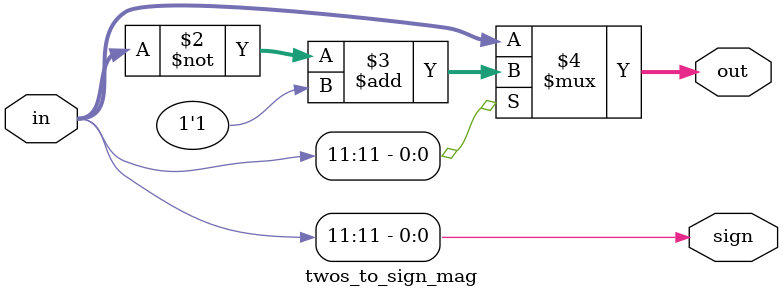
<source format=v>
`timescale 1ns / 1ps

module twos_to_sign_mag(in, out, sign);
input [11:0] in;
output [11:0] out;
output sign;
assign sign = in[11];

assign out = (in[11] == 1) ? ~in + 1'b1 : in;

endmodule
</source>
